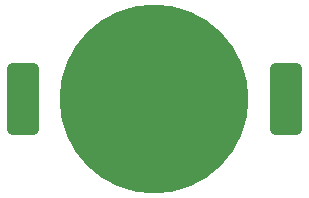
<source format=gbr>
%TF.GenerationSoftware,KiCad,Pcbnew,9.0.1*%
%TF.CreationDate,2025-08-08T13:51:02+02:00*%
%TF.ProjectId,remote,72656d6f-7465-42e6-9b69-6361645f7063,rev?*%
%TF.SameCoordinates,Original*%
%TF.FileFunction,Paste,Bot*%
%TF.FilePolarity,Positive*%
%FSLAX46Y46*%
G04 Gerber Fmt 4.6, Leading zero omitted, Abs format (unit mm)*
G04 Created by KiCad (PCBNEW 9.0.1) date 2025-08-08 13:51:02*
%MOMM*%
%LPD*%
G01*
G04 APERTURE LIST*
G04 Aperture macros list*
%AMRoundRect*
0 Rectangle with rounded corners*
0 $1 Rounding radius*
0 $2 $3 $4 $5 $6 $7 $8 $9 X,Y pos of 4 corners*
0 Add a 4 corners polygon primitive as box body*
4,1,4,$2,$3,$4,$5,$6,$7,$8,$9,$2,$3,0*
0 Add four circle primitives for the rounded corners*
1,1,$1+$1,$2,$3*
1,1,$1+$1,$4,$5*
1,1,$1+$1,$6,$7*
1,1,$1+$1,$8,$9*
0 Add four rect primitives between the rounded corners*
20,1,$1+$1,$2,$3,$4,$5,0*
20,1,$1+$1,$4,$5,$6,$7,0*
20,1,$1+$1,$6,$7,$8,$9,0*
20,1,$1+$1,$8,$9,$2,$3,0*%
G04 Aperture macros list end*
%ADD10RoundRect,0.397500X0.927500X2.652500X-0.927500X2.652500X-0.927500X-2.652500X0.927500X-2.652500X0*%
%ADD11C,16.000000*%
G04 APERTURE END LIST*
D10*
%TO.C,BT1*%
X132775000Y-111650000D03*
X110525000Y-111650000D03*
D11*
X121650000Y-111650000D03*
%TD*%
M02*

</source>
